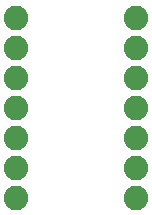
<source format=gbr>
G04 EAGLE Gerber RS-274X export*
G75*
%MOMM*%
%FSLAX34Y34*%
%LPD*%
%INSoldermask Bottom*%
%IPPOS*%
%AMOC8*
5,1,8,0,0,1.08239X$1,22.5*%
G01*
%ADD10C,2.082800*%


D10*
X12700Y12700D03*
X12700Y38100D03*
X12700Y63500D03*
X12700Y88900D03*
X12700Y114300D03*
X12700Y139700D03*
X12700Y165100D03*
X114300Y12700D03*
X114300Y38100D03*
X114300Y63500D03*
X114300Y88900D03*
X114300Y114300D03*
X114300Y139700D03*
X114300Y165100D03*
M02*

</source>
